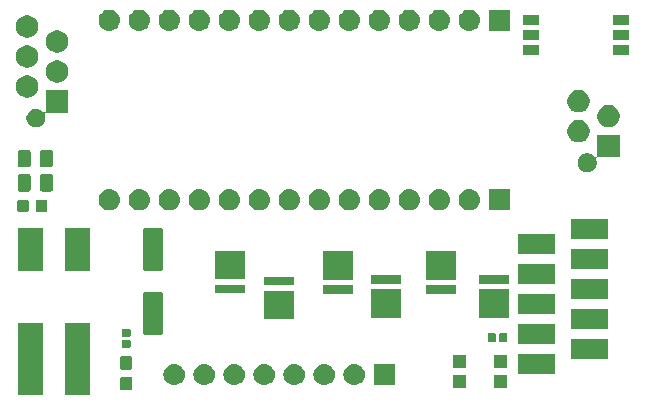
<source format=gbr>
G04 #@! TF.GenerationSoftware,KiCad,Pcbnew,5.1.2-f72e74a~84~ubuntu18.04.1*
G04 #@! TF.CreationDate,2019-09-03T03:08:37+02:00*
G04 #@! TF.ProjectId,board,626f6172-642e-46b6-9963-61645f706362,rev?*
G04 #@! TF.SameCoordinates,Original*
G04 #@! TF.FileFunction,Soldermask,Top*
G04 #@! TF.FilePolarity,Negative*
%FSLAX46Y46*%
G04 Gerber Fmt 4.6, Leading zero omitted, Abs format (unit mm)*
G04 Created by KiCad (PCBNEW 5.1.2-f72e74a~84~ubuntu18.04.1) date 2019-09-03 03:08:37*
%MOMM*%
%LPD*%
G04 APERTURE LIST*
%ADD10C,0.100000*%
G04 APERTURE END LIST*
D10*
G36*
X107191000Y-133543000D02*
G01*
X105089000Y-133543000D01*
X105089000Y-127441000D01*
X107191000Y-127441000D01*
X107191000Y-133543000D01*
X107191000Y-133543000D01*
G37*
G36*
X103191000Y-133543000D02*
G01*
X101089000Y-133543000D01*
X101089000Y-127441000D01*
X103191000Y-127441000D01*
X103191000Y-133543000D01*
X103191000Y-133543000D01*
G37*
G36*
X110600499Y-132016445D02*
G01*
X110637995Y-132027820D01*
X110672554Y-132046292D01*
X110702847Y-132071153D01*
X110727708Y-132101446D01*
X110746180Y-132136005D01*
X110757555Y-132173501D01*
X110762000Y-132218638D01*
X110762000Y-132957362D01*
X110757555Y-133002499D01*
X110746180Y-133039995D01*
X110727708Y-133074554D01*
X110702847Y-133104847D01*
X110672554Y-133129708D01*
X110637995Y-133148180D01*
X110600499Y-133159555D01*
X110555362Y-133164000D01*
X109916638Y-133164000D01*
X109871501Y-133159555D01*
X109834005Y-133148180D01*
X109799446Y-133129708D01*
X109769153Y-133104847D01*
X109744292Y-133074554D01*
X109725820Y-133039995D01*
X109714445Y-133002499D01*
X109710000Y-132957362D01*
X109710000Y-132218638D01*
X109714445Y-132173501D01*
X109725820Y-132136005D01*
X109744292Y-132101446D01*
X109769153Y-132071153D01*
X109799446Y-132046292D01*
X109834005Y-132027820D01*
X109871501Y-132016445D01*
X109916638Y-132012000D01*
X110555362Y-132012000D01*
X110600499Y-132016445D01*
X110600499Y-132016445D01*
G37*
G36*
X142509000Y-132998000D02*
G01*
X141407000Y-132998000D01*
X141407000Y-131896000D01*
X142509000Y-131896000D01*
X142509000Y-132998000D01*
X142509000Y-132998000D01*
G37*
G36*
X139009000Y-132998000D02*
G01*
X137907000Y-132998000D01*
X137907000Y-131896000D01*
X139009000Y-131896000D01*
X139009000Y-132998000D01*
X139009000Y-132998000D01*
G37*
G36*
X129650443Y-130931519D02*
G01*
X129716627Y-130938037D01*
X129886466Y-130989557D01*
X130042991Y-131073222D01*
X130078729Y-131102552D01*
X130180186Y-131185814D01*
X130234912Y-131252499D01*
X130292778Y-131323009D01*
X130376443Y-131479534D01*
X130427963Y-131649373D01*
X130445359Y-131826000D01*
X130427963Y-132002627D01*
X130376443Y-132172466D01*
X130292778Y-132328991D01*
X130263448Y-132364729D01*
X130180186Y-132466186D01*
X130078729Y-132549448D01*
X130042991Y-132578778D01*
X129886466Y-132662443D01*
X129716627Y-132713963D01*
X129650443Y-132720481D01*
X129584260Y-132727000D01*
X129495740Y-132727000D01*
X129429557Y-132720481D01*
X129363373Y-132713963D01*
X129193534Y-132662443D01*
X129037009Y-132578778D01*
X129001271Y-132549448D01*
X128899814Y-132466186D01*
X128816552Y-132364729D01*
X128787222Y-132328991D01*
X128703557Y-132172466D01*
X128652037Y-132002627D01*
X128634641Y-131826000D01*
X128652037Y-131649373D01*
X128703557Y-131479534D01*
X128787222Y-131323009D01*
X128845088Y-131252499D01*
X128899814Y-131185814D01*
X129001271Y-131102552D01*
X129037009Y-131073222D01*
X129193534Y-130989557D01*
X129363373Y-130938037D01*
X129429557Y-130931519D01*
X129495740Y-130925000D01*
X129584260Y-130925000D01*
X129650443Y-130931519D01*
X129650443Y-130931519D01*
G37*
G36*
X132981000Y-132727000D02*
G01*
X131179000Y-132727000D01*
X131179000Y-130925000D01*
X132981000Y-130925000D01*
X132981000Y-132727000D01*
X132981000Y-132727000D01*
G37*
G36*
X127110443Y-130931519D02*
G01*
X127176627Y-130938037D01*
X127346466Y-130989557D01*
X127502991Y-131073222D01*
X127538729Y-131102552D01*
X127640186Y-131185814D01*
X127694912Y-131252499D01*
X127752778Y-131323009D01*
X127836443Y-131479534D01*
X127887963Y-131649373D01*
X127905359Y-131826000D01*
X127887963Y-132002627D01*
X127836443Y-132172466D01*
X127752778Y-132328991D01*
X127723448Y-132364729D01*
X127640186Y-132466186D01*
X127538729Y-132549448D01*
X127502991Y-132578778D01*
X127346466Y-132662443D01*
X127176627Y-132713963D01*
X127110443Y-132720481D01*
X127044260Y-132727000D01*
X126955740Y-132727000D01*
X126889557Y-132720481D01*
X126823373Y-132713963D01*
X126653534Y-132662443D01*
X126497009Y-132578778D01*
X126461271Y-132549448D01*
X126359814Y-132466186D01*
X126276552Y-132364729D01*
X126247222Y-132328991D01*
X126163557Y-132172466D01*
X126112037Y-132002627D01*
X126094641Y-131826000D01*
X126112037Y-131649373D01*
X126163557Y-131479534D01*
X126247222Y-131323009D01*
X126305088Y-131252499D01*
X126359814Y-131185814D01*
X126461271Y-131102552D01*
X126497009Y-131073222D01*
X126653534Y-130989557D01*
X126823373Y-130938037D01*
X126889557Y-130931519D01*
X126955740Y-130925000D01*
X127044260Y-130925000D01*
X127110443Y-130931519D01*
X127110443Y-130931519D01*
G37*
G36*
X124570443Y-130931519D02*
G01*
X124636627Y-130938037D01*
X124806466Y-130989557D01*
X124962991Y-131073222D01*
X124998729Y-131102552D01*
X125100186Y-131185814D01*
X125154912Y-131252499D01*
X125212778Y-131323009D01*
X125296443Y-131479534D01*
X125347963Y-131649373D01*
X125365359Y-131826000D01*
X125347963Y-132002627D01*
X125296443Y-132172466D01*
X125212778Y-132328991D01*
X125183448Y-132364729D01*
X125100186Y-132466186D01*
X124998729Y-132549448D01*
X124962991Y-132578778D01*
X124806466Y-132662443D01*
X124636627Y-132713963D01*
X124570443Y-132720481D01*
X124504260Y-132727000D01*
X124415740Y-132727000D01*
X124349557Y-132720481D01*
X124283373Y-132713963D01*
X124113534Y-132662443D01*
X123957009Y-132578778D01*
X123921271Y-132549448D01*
X123819814Y-132466186D01*
X123736552Y-132364729D01*
X123707222Y-132328991D01*
X123623557Y-132172466D01*
X123572037Y-132002627D01*
X123554641Y-131826000D01*
X123572037Y-131649373D01*
X123623557Y-131479534D01*
X123707222Y-131323009D01*
X123765088Y-131252499D01*
X123819814Y-131185814D01*
X123921271Y-131102552D01*
X123957009Y-131073222D01*
X124113534Y-130989557D01*
X124283373Y-130938037D01*
X124349557Y-130931519D01*
X124415740Y-130925000D01*
X124504260Y-130925000D01*
X124570443Y-130931519D01*
X124570443Y-130931519D01*
G37*
G36*
X122030443Y-130931519D02*
G01*
X122096627Y-130938037D01*
X122266466Y-130989557D01*
X122422991Y-131073222D01*
X122458729Y-131102552D01*
X122560186Y-131185814D01*
X122614912Y-131252499D01*
X122672778Y-131323009D01*
X122756443Y-131479534D01*
X122807963Y-131649373D01*
X122825359Y-131826000D01*
X122807963Y-132002627D01*
X122756443Y-132172466D01*
X122672778Y-132328991D01*
X122643448Y-132364729D01*
X122560186Y-132466186D01*
X122458729Y-132549448D01*
X122422991Y-132578778D01*
X122266466Y-132662443D01*
X122096627Y-132713963D01*
X122030443Y-132720481D01*
X121964260Y-132727000D01*
X121875740Y-132727000D01*
X121809557Y-132720481D01*
X121743373Y-132713963D01*
X121573534Y-132662443D01*
X121417009Y-132578778D01*
X121381271Y-132549448D01*
X121279814Y-132466186D01*
X121196552Y-132364729D01*
X121167222Y-132328991D01*
X121083557Y-132172466D01*
X121032037Y-132002627D01*
X121014641Y-131826000D01*
X121032037Y-131649373D01*
X121083557Y-131479534D01*
X121167222Y-131323009D01*
X121225088Y-131252499D01*
X121279814Y-131185814D01*
X121381271Y-131102552D01*
X121417009Y-131073222D01*
X121573534Y-130989557D01*
X121743373Y-130938037D01*
X121809557Y-130931519D01*
X121875740Y-130925000D01*
X121964260Y-130925000D01*
X122030443Y-130931519D01*
X122030443Y-130931519D01*
G37*
G36*
X119490443Y-130931519D02*
G01*
X119556627Y-130938037D01*
X119726466Y-130989557D01*
X119882991Y-131073222D01*
X119918729Y-131102552D01*
X120020186Y-131185814D01*
X120074912Y-131252499D01*
X120132778Y-131323009D01*
X120216443Y-131479534D01*
X120267963Y-131649373D01*
X120285359Y-131826000D01*
X120267963Y-132002627D01*
X120216443Y-132172466D01*
X120132778Y-132328991D01*
X120103448Y-132364729D01*
X120020186Y-132466186D01*
X119918729Y-132549448D01*
X119882991Y-132578778D01*
X119726466Y-132662443D01*
X119556627Y-132713963D01*
X119490443Y-132720481D01*
X119424260Y-132727000D01*
X119335740Y-132727000D01*
X119269557Y-132720481D01*
X119203373Y-132713963D01*
X119033534Y-132662443D01*
X118877009Y-132578778D01*
X118841271Y-132549448D01*
X118739814Y-132466186D01*
X118656552Y-132364729D01*
X118627222Y-132328991D01*
X118543557Y-132172466D01*
X118492037Y-132002627D01*
X118474641Y-131826000D01*
X118492037Y-131649373D01*
X118543557Y-131479534D01*
X118627222Y-131323009D01*
X118685088Y-131252499D01*
X118739814Y-131185814D01*
X118841271Y-131102552D01*
X118877009Y-131073222D01*
X119033534Y-130989557D01*
X119203373Y-130938037D01*
X119269557Y-130931519D01*
X119335740Y-130925000D01*
X119424260Y-130925000D01*
X119490443Y-130931519D01*
X119490443Y-130931519D01*
G37*
G36*
X116950443Y-130931519D02*
G01*
X117016627Y-130938037D01*
X117186466Y-130989557D01*
X117342991Y-131073222D01*
X117378729Y-131102552D01*
X117480186Y-131185814D01*
X117534912Y-131252499D01*
X117592778Y-131323009D01*
X117676443Y-131479534D01*
X117727963Y-131649373D01*
X117745359Y-131826000D01*
X117727963Y-132002627D01*
X117676443Y-132172466D01*
X117592778Y-132328991D01*
X117563448Y-132364729D01*
X117480186Y-132466186D01*
X117378729Y-132549448D01*
X117342991Y-132578778D01*
X117186466Y-132662443D01*
X117016627Y-132713963D01*
X116950443Y-132720481D01*
X116884260Y-132727000D01*
X116795740Y-132727000D01*
X116729557Y-132720481D01*
X116663373Y-132713963D01*
X116493534Y-132662443D01*
X116337009Y-132578778D01*
X116301271Y-132549448D01*
X116199814Y-132466186D01*
X116116552Y-132364729D01*
X116087222Y-132328991D01*
X116003557Y-132172466D01*
X115952037Y-132002627D01*
X115934641Y-131826000D01*
X115952037Y-131649373D01*
X116003557Y-131479534D01*
X116087222Y-131323009D01*
X116145088Y-131252499D01*
X116199814Y-131185814D01*
X116301271Y-131102552D01*
X116337009Y-131073222D01*
X116493534Y-130989557D01*
X116663373Y-130938037D01*
X116729557Y-130931519D01*
X116795740Y-130925000D01*
X116884260Y-130925000D01*
X116950443Y-130931519D01*
X116950443Y-130931519D01*
G37*
G36*
X114410443Y-130931519D02*
G01*
X114476627Y-130938037D01*
X114646466Y-130989557D01*
X114802991Y-131073222D01*
X114838729Y-131102552D01*
X114940186Y-131185814D01*
X114994912Y-131252499D01*
X115052778Y-131323009D01*
X115136443Y-131479534D01*
X115187963Y-131649373D01*
X115205359Y-131826000D01*
X115187963Y-132002627D01*
X115136443Y-132172466D01*
X115052778Y-132328991D01*
X115023448Y-132364729D01*
X114940186Y-132466186D01*
X114838729Y-132549448D01*
X114802991Y-132578778D01*
X114646466Y-132662443D01*
X114476627Y-132713963D01*
X114410443Y-132720481D01*
X114344260Y-132727000D01*
X114255740Y-132727000D01*
X114189557Y-132720481D01*
X114123373Y-132713963D01*
X113953534Y-132662443D01*
X113797009Y-132578778D01*
X113761271Y-132549448D01*
X113659814Y-132466186D01*
X113576552Y-132364729D01*
X113547222Y-132328991D01*
X113463557Y-132172466D01*
X113412037Y-132002627D01*
X113394641Y-131826000D01*
X113412037Y-131649373D01*
X113463557Y-131479534D01*
X113547222Y-131323009D01*
X113605088Y-131252499D01*
X113659814Y-131185814D01*
X113761271Y-131102552D01*
X113797009Y-131073222D01*
X113953534Y-130989557D01*
X114123373Y-130938037D01*
X114189557Y-130931519D01*
X114255740Y-130925000D01*
X114344260Y-130925000D01*
X114410443Y-130931519D01*
X114410443Y-130931519D01*
G37*
G36*
X146518000Y-131762000D02*
G01*
X143368000Y-131762000D01*
X143368000Y-130112000D01*
X146518000Y-130112000D01*
X146518000Y-131762000D01*
X146518000Y-131762000D01*
G37*
G36*
X110600499Y-130266445D02*
G01*
X110637995Y-130277820D01*
X110672554Y-130296292D01*
X110702847Y-130321153D01*
X110727708Y-130351446D01*
X110746180Y-130386005D01*
X110757555Y-130423501D01*
X110762000Y-130468638D01*
X110762000Y-131207362D01*
X110757555Y-131252499D01*
X110746180Y-131289995D01*
X110727708Y-131324554D01*
X110702847Y-131354847D01*
X110672554Y-131379708D01*
X110637995Y-131398180D01*
X110600499Y-131409555D01*
X110555362Y-131414000D01*
X109916638Y-131414000D01*
X109871501Y-131409555D01*
X109834005Y-131398180D01*
X109799446Y-131379708D01*
X109769153Y-131354847D01*
X109744292Y-131324554D01*
X109725820Y-131289995D01*
X109714445Y-131252499D01*
X109710000Y-131207362D01*
X109710000Y-130468638D01*
X109714445Y-130423501D01*
X109725820Y-130386005D01*
X109744292Y-130351446D01*
X109769153Y-130321153D01*
X109799446Y-130296292D01*
X109834005Y-130277820D01*
X109871501Y-130266445D01*
X109916638Y-130262000D01*
X110555362Y-130262000D01*
X110600499Y-130266445D01*
X110600499Y-130266445D01*
G37*
G36*
X139009000Y-131248000D02*
G01*
X137907000Y-131248000D01*
X137907000Y-130146000D01*
X139009000Y-130146000D01*
X139009000Y-131248000D01*
X139009000Y-131248000D01*
G37*
G36*
X142509000Y-131248000D02*
G01*
X141407000Y-131248000D01*
X141407000Y-130146000D01*
X142509000Y-130146000D01*
X142509000Y-131248000D01*
X142509000Y-131248000D01*
G37*
G36*
X151018000Y-130492000D02*
G01*
X147868000Y-130492000D01*
X147868000Y-128842000D01*
X151018000Y-128842000D01*
X151018000Y-130492000D01*
X151018000Y-130492000D01*
G37*
G36*
X110517938Y-128919716D02*
G01*
X110538557Y-128925971D01*
X110557553Y-128936124D01*
X110574208Y-128949792D01*
X110587876Y-128966447D01*
X110598029Y-128985443D01*
X110604284Y-129006062D01*
X110607000Y-129033640D01*
X110607000Y-129492360D01*
X110604284Y-129519938D01*
X110598029Y-129540557D01*
X110587876Y-129559553D01*
X110574208Y-129576208D01*
X110557553Y-129589876D01*
X110538557Y-129600029D01*
X110517938Y-129606284D01*
X110490360Y-129609000D01*
X109981640Y-129609000D01*
X109954062Y-129606284D01*
X109933443Y-129600029D01*
X109914447Y-129589876D01*
X109897792Y-129576208D01*
X109884124Y-129559553D01*
X109873971Y-129540557D01*
X109867716Y-129519938D01*
X109865000Y-129492360D01*
X109865000Y-129033640D01*
X109867716Y-129006062D01*
X109873971Y-128985443D01*
X109884124Y-128966447D01*
X109897792Y-128949792D01*
X109914447Y-128936124D01*
X109933443Y-128925971D01*
X109954062Y-128919716D01*
X109981640Y-128917000D01*
X110490360Y-128917000D01*
X110517938Y-128919716D01*
X110517938Y-128919716D01*
G37*
G36*
X146518000Y-129222000D02*
G01*
X143368000Y-129222000D01*
X143368000Y-127572000D01*
X146518000Y-127572000D01*
X146518000Y-129222000D01*
X146518000Y-129222000D01*
G37*
G36*
X141453138Y-128333516D02*
G01*
X141473757Y-128339771D01*
X141492753Y-128349924D01*
X141509408Y-128363592D01*
X141523076Y-128380247D01*
X141533229Y-128399243D01*
X141539484Y-128419862D01*
X141542200Y-128447440D01*
X141542200Y-128956160D01*
X141539484Y-128983738D01*
X141533229Y-129004357D01*
X141523076Y-129023353D01*
X141509408Y-129040008D01*
X141492753Y-129053676D01*
X141473757Y-129063829D01*
X141453138Y-129070084D01*
X141425560Y-129072800D01*
X140966840Y-129072800D01*
X140939262Y-129070084D01*
X140918643Y-129063829D01*
X140899647Y-129053676D01*
X140882992Y-129040008D01*
X140869324Y-129023353D01*
X140859171Y-129004357D01*
X140852916Y-128983738D01*
X140850200Y-128956160D01*
X140850200Y-128447440D01*
X140852916Y-128419862D01*
X140859171Y-128399243D01*
X140869324Y-128380247D01*
X140882992Y-128363592D01*
X140899647Y-128349924D01*
X140918643Y-128339771D01*
X140939262Y-128333516D01*
X140966840Y-128330800D01*
X141425560Y-128330800D01*
X141453138Y-128333516D01*
X141453138Y-128333516D01*
G37*
G36*
X142423138Y-128333516D02*
G01*
X142443757Y-128339771D01*
X142462753Y-128349924D01*
X142479408Y-128363592D01*
X142493076Y-128380247D01*
X142503229Y-128399243D01*
X142509484Y-128419862D01*
X142512200Y-128447440D01*
X142512200Y-128956160D01*
X142509484Y-128983738D01*
X142503229Y-129004357D01*
X142493076Y-129023353D01*
X142479408Y-129040008D01*
X142462753Y-129053676D01*
X142443757Y-129063829D01*
X142423138Y-129070084D01*
X142395560Y-129072800D01*
X141936840Y-129072800D01*
X141909262Y-129070084D01*
X141888643Y-129063829D01*
X141869647Y-129053676D01*
X141852992Y-129040008D01*
X141839324Y-129023353D01*
X141829171Y-129004357D01*
X141822916Y-128983738D01*
X141820200Y-128956160D01*
X141820200Y-128447440D01*
X141822916Y-128419862D01*
X141829171Y-128399243D01*
X141839324Y-128380247D01*
X141852992Y-128363592D01*
X141869647Y-128349924D01*
X141888643Y-128339771D01*
X141909262Y-128333516D01*
X141936840Y-128330800D01*
X142395560Y-128330800D01*
X142423138Y-128333516D01*
X142423138Y-128333516D01*
G37*
G36*
X110517938Y-127949716D02*
G01*
X110538557Y-127955971D01*
X110557553Y-127966124D01*
X110574208Y-127979792D01*
X110587876Y-127996447D01*
X110598029Y-128015443D01*
X110604284Y-128036062D01*
X110607000Y-128063640D01*
X110607000Y-128522360D01*
X110604284Y-128549938D01*
X110598029Y-128570557D01*
X110587876Y-128589553D01*
X110574208Y-128606208D01*
X110557553Y-128619876D01*
X110538557Y-128630029D01*
X110517938Y-128636284D01*
X110490360Y-128639000D01*
X109981640Y-128639000D01*
X109954062Y-128636284D01*
X109933443Y-128630029D01*
X109914447Y-128619876D01*
X109897792Y-128606208D01*
X109884124Y-128589553D01*
X109873971Y-128570557D01*
X109867716Y-128549938D01*
X109865000Y-128522360D01*
X109865000Y-128063640D01*
X109867716Y-128036062D01*
X109873971Y-128015443D01*
X109884124Y-127996447D01*
X109897792Y-127979792D01*
X109914447Y-127966124D01*
X109933443Y-127955971D01*
X109954062Y-127949716D01*
X109981640Y-127947000D01*
X110490360Y-127947000D01*
X110517938Y-127949716D01*
X110517938Y-127949716D01*
G37*
G36*
X113227997Y-124855051D02*
G01*
X113261652Y-124865261D01*
X113292665Y-124881838D01*
X113319851Y-124904149D01*
X113342162Y-124931335D01*
X113358739Y-124962348D01*
X113368949Y-124996003D01*
X113373000Y-125037138D01*
X113373000Y-128266862D01*
X113368949Y-128307997D01*
X113358739Y-128341652D01*
X113342162Y-128372665D01*
X113319851Y-128399851D01*
X113292665Y-128422162D01*
X113261652Y-128438739D01*
X113227997Y-128448949D01*
X113186862Y-128453000D01*
X111857138Y-128453000D01*
X111816003Y-128448949D01*
X111782348Y-128438739D01*
X111751335Y-128422162D01*
X111724149Y-128399851D01*
X111701838Y-128372665D01*
X111685261Y-128341652D01*
X111675051Y-128307997D01*
X111671000Y-128266862D01*
X111671000Y-125037138D01*
X111675051Y-124996003D01*
X111685261Y-124962348D01*
X111701838Y-124931335D01*
X111724149Y-124904149D01*
X111751335Y-124881838D01*
X111782348Y-124865261D01*
X111816003Y-124855051D01*
X111857138Y-124851000D01*
X113186862Y-124851000D01*
X113227997Y-124855051D01*
X113227997Y-124855051D01*
G37*
G36*
X151018000Y-127952000D02*
G01*
X147868000Y-127952000D01*
X147868000Y-126302000D01*
X151018000Y-126302000D01*
X151018000Y-127952000D01*
X151018000Y-127952000D01*
G37*
G36*
X124466000Y-126827048D02*
G01*
X124463402Y-126835613D01*
X124461000Y-126859999D01*
X124461000Y-127155000D01*
X121919000Y-127155000D01*
X121919000Y-126859999D01*
X121916598Y-126835613D01*
X121914000Y-126827048D01*
X121914000Y-124733000D01*
X124466000Y-124733000D01*
X124466000Y-126827048D01*
X124466000Y-126827048D01*
G37*
G36*
X133483000Y-126700048D02*
G01*
X133480402Y-126708613D01*
X133478000Y-126732999D01*
X133478000Y-127028000D01*
X130936000Y-127028000D01*
X130936000Y-126732999D01*
X130933598Y-126708613D01*
X130931000Y-126700048D01*
X130931000Y-124606000D01*
X133483000Y-124606000D01*
X133483000Y-126700048D01*
X133483000Y-126700048D01*
G37*
G36*
X142627000Y-126700048D02*
G01*
X142624402Y-126708613D01*
X142622000Y-126732999D01*
X142622000Y-127028000D01*
X140080000Y-127028000D01*
X140080000Y-126732999D01*
X140077598Y-126708613D01*
X140075000Y-126700048D01*
X140075000Y-124606000D01*
X142627000Y-124606000D01*
X142627000Y-126700048D01*
X142627000Y-126700048D01*
G37*
G36*
X146518000Y-126682000D02*
G01*
X143368000Y-126682000D01*
X143368000Y-125032000D01*
X146518000Y-125032000D01*
X146518000Y-126682000D01*
X146518000Y-126682000D01*
G37*
G36*
X151018000Y-125412000D02*
G01*
X147868000Y-125412000D01*
X147868000Y-123762000D01*
X151018000Y-123762000D01*
X151018000Y-125412000D01*
X151018000Y-125412000D01*
G37*
G36*
X138177000Y-124996000D02*
G01*
X135635000Y-124996000D01*
X135635000Y-124264000D01*
X138177000Y-124264000D01*
X138177000Y-124996000D01*
X138177000Y-124996000D01*
G37*
G36*
X129414000Y-124996000D02*
G01*
X126872000Y-124996000D01*
X126872000Y-124264000D01*
X129414000Y-124264000D01*
X129414000Y-124996000D01*
X129414000Y-124996000D01*
G37*
G36*
X120316000Y-124953000D02*
G01*
X117774000Y-124953000D01*
X117774000Y-124221000D01*
X120316000Y-124221000D01*
X120316000Y-124953000D01*
X120316000Y-124953000D01*
G37*
G36*
X124461000Y-124275000D02*
G01*
X121919000Y-124275000D01*
X121919000Y-123543000D01*
X124461000Y-123543000D01*
X124461000Y-124275000D01*
X124461000Y-124275000D01*
G37*
G36*
X142622000Y-124148000D02*
G01*
X140080000Y-124148000D01*
X140080000Y-123416000D01*
X142622000Y-123416000D01*
X142622000Y-124148000D01*
X142622000Y-124148000D01*
G37*
G36*
X133478000Y-124148000D02*
G01*
X130936000Y-124148000D01*
X130936000Y-123416000D01*
X133478000Y-123416000D01*
X133478000Y-124148000D01*
X133478000Y-124148000D01*
G37*
G36*
X146518000Y-124142000D02*
G01*
X143368000Y-124142000D01*
X143368000Y-122492000D01*
X146518000Y-122492000D01*
X146518000Y-124142000D01*
X146518000Y-124142000D01*
G37*
G36*
X138177000Y-121679001D02*
G01*
X138179402Y-121703387D01*
X138182000Y-121711952D01*
X138182000Y-123806000D01*
X135630000Y-123806000D01*
X135630000Y-121711952D01*
X135632598Y-121703387D01*
X135635000Y-121679001D01*
X135635000Y-121384000D01*
X138177000Y-121384000D01*
X138177000Y-121679001D01*
X138177000Y-121679001D01*
G37*
G36*
X129414000Y-121679001D02*
G01*
X129416402Y-121703387D01*
X129419000Y-121711952D01*
X129419000Y-123806000D01*
X126867000Y-123806000D01*
X126867000Y-121711952D01*
X126869598Y-121703387D01*
X126872000Y-121679001D01*
X126872000Y-121384000D01*
X129414000Y-121384000D01*
X129414000Y-121679001D01*
X129414000Y-121679001D01*
G37*
G36*
X120316000Y-121636001D02*
G01*
X120318402Y-121660387D01*
X120321000Y-121668952D01*
X120321000Y-123763000D01*
X117769000Y-123763000D01*
X117769000Y-121668952D01*
X117771598Y-121660387D01*
X117774000Y-121636001D01*
X117774000Y-121341000D01*
X120316000Y-121341000D01*
X120316000Y-121636001D01*
X120316000Y-121636001D01*
G37*
G36*
X113227997Y-119455051D02*
G01*
X113261652Y-119465261D01*
X113292665Y-119481838D01*
X113319851Y-119504149D01*
X113342162Y-119531335D01*
X113358739Y-119562348D01*
X113368949Y-119596003D01*
X113373000Y-119637138D01*
X113373000Y-122866862D01*
X113368949Y-122907997D01*
X113358739Y-122941652D01*
X113342162Y-122972665D01*
X113319851Y-122999851D01*
X113292665Y-123022162D01*
X113261652Y-123038739D01*
X113227997Y-123048949D01*
X113186862Y-123053000D01*
X111857138Y-123053000D01*
X111816003Y-123048949D01*
X111782348Y-123038739D01*
X111751335Y-123022162D01*
X111724149Y-122999851D01*
X111701838Y-122972665D01*
X111685261Y-122941652D01*
X111675051Y-122907997D01*
X111671000Y-122866862D01*
X111671000Y-119637138D01*
X111675051Y-119596003D01*
X111685261Y-119562348D01*
X111701838Y-119531335D01*
X111724149Y-119504149D01*
X111751335Y-119481838D01*
X111782348Y-119465261D01*
X111816003Y-119455051D01*
X111857138Y-119451000D01*
X113186862Y-119451000D01*
X113227997Y-119455051D01*
X113227997Y-119455051D01*
G37*
G36*
X107191000Y-123043000D02*
G01*
X105089000Y-123043000D01*
X105089000Y-119441000D01*
X107191000Y-119441000D01*
X107191000Y-123043000D01*
X107191000Y-123043000D01*
G37*
G36*
X103191000Y-123043000D02*
G01*
X101089000Y-123043000D01*
X101089000Y-119441000D01*
X103191000Y-119441000D01*
X103191000Y-123043000D01*
X103191000Y-123043000D01*
G37*
G36*
X151018000Y-122872000D02*
G01*
X147868000Y-122872000D01*
X147868000Y-121222000D01*
X151018000Y-121222000D01*
X151018000Y-122872000D01*
X151018000Y-122872000D01*
G37*
G36*
X146518000Y-121602000D02*
G01*
X143368000Y-121602000D01*
X143368000Y-119952000D01*
X146518000Y-119952000D01*
X146518000Y-121602000D01*
X146518000Y-121602000D01*
G37*
G36*
X151018000Y-120332000D02*
G01*
X147868000Y-120332000D01*
X147868000Y-118682000D01*
X151018000Y-118682000D01*
X151018000Y-120332000D01*
X151018000Y-120332000D01*
G37*
G36*
X103415391Y-117029285D02*
G01*
X103449369Y-117039593D01*
X103480690Y-117056334D01*
X103508139Y-117078861D01*
X103530666Y-117106310D01*
X103547407Y-117137631D01*
X103557715Y-117171609D01*
X103561800Y-117213090D01*
X103561800Y-117889310D01*
X103557715Y-117930791D01*
X103547407Y-117964769D01*
X103530666Y-117996090D01*
X103508139Y-118023539D01*
X103480690Y-118046066D01*
X103449369Y-118062807D01*
X103415391Y-118073115D01*
X103373910Y-118077200D01*
X102772690Y-118077200D01*
X102731209Y-118073115D01*
X102697231Y-118062807D01*
X102665910Y-118046066D01*
X102638461Y-118023539D01*
X102615934Y-117996090D01*
X102599193Y-117964769D01*
X102588885Y-117930791D01*
X102584800Y-117889310D01*
X102584800Y-117213090D01*
X102588885Y-117171609D01*
X102599193Y-117137631D01*
X102615934Y-117106310D01*
X102638461Y-117078861D01*
X102665910Y-117056334D01*
X102697231Y-117039593D01*
X102731209Y-117029285D01*
X102772690Y-117025200D01*
X103373910Y-117025200D01*
X103415391Y-117029285D01*
X103415391Y-117029285D01*
G37*
G36*
X101840391Y-117029285D02*
G01*
X101874369Y-117039593D01*
X101905690Y-117056334D01*
X101933139Y-117078861D01*
X101955666Y-117106310D01*
X101972407Y-117137631D01*
X101982715Y-117171609D01*
X101986800Y-117213090D01*
X101986800Y-117889310D01*
X101982715Y-117930791D01*
X101972407Y-117964769D01*
X101955666Y-117996090D01*
X101933139Y-118023539D01*
X101905690Y-118046066D01*
X101874369Y-118062807D01*
X101840391Y-118073115D01*
X101798910Y-118077200D01*
X101197690Y-118077200D01*
X101156209Y-118073115D01*
X101122231Y-118062807D01*
X101090910Y-118046066D01*
X101063461Y-118023539D01*
X101040934Y-117996090D01*
X101024193Y-117964769D01*
X101013885Y-117930791D01*
X101009800Y-117889310D01*
X101009800Y-117213090D01*
X101013885Y-117171609D01*
X101024193Y-117137631D01*
X101040934Y-117106310D01*
X101063461Y-117078861D01*
X101090910Y-117056334D01*
X101122231Y-117039593D01*
X101156209Y-117029285D01*
X101197690Y-117025200D01*
X101798910Y-117025200D01*
X101840391Y-117029285D01*
X101840391Y-117029285D01*
G37*
G36*
X134308442Y-116141518D02*
G01*
X134374627Y-116148037D01*
X134544466Y-116199557D01*
X134700991Y-116283222D01*
X134722681Y-116301023D01*
X134838186Y-116395814D01*
X134921448Y-116497271D01*
X134950778Y-116533009D01*
X135034443Y-116689534D01*
X135085963Y-116859373D01*
X135103359Y-117036000D01*
X135085963Y-117212627D01*
X135034443Y-117382466D01*
X134950778Y-117538991D01*
X134921448Y-117574729D01*
X134838186Y-117676186D01*
X134736729Y-117759448D01*
X134700991Y-117788778D01*
X134544466Y-117872443D01*
X134374627Y-117923963D01*
X134308443Y-117930481D01*
X134242260Y-117937000D01*
X134153740Y-117937000D01*
X134087557Y-117930481D01*
X134021373Y-117923963D01*
X133851534Y-117872443D01*
X133695009Y-117788778D01*
X133659271Y-117759448D01*
X133557814Y-117676186D01*
X133474552Y-117574729D01*
X133445222Y-117538991D01*
X133361557Y-117382466D01*
X133310037Y-117212627D01*
X133292641Y-117036000D01*
X133310037Y-116859373D01*
X133361557Y-116689534D01*
X133445222Y-116533009D01*
X133474552Y-116497271D01*
X133557814Y-116395814D01*
X133673319Y-116301023D01*
X133695009Y-116283222D01*
X133851534Y-116199557D01*
X134021373Y-116148037D01*
X134087558Y-116141518D01*
X134153740Y-116135000D01*
X134242260Y-116135000D01*
X134308442Y-116141518D01*
X134308442Y-116141518D01*
G37*
G36*
X119068442Y-116141518D02*
G01*
X119134627Y-116148037D01*
X119304466Y-116199557D01*
X119460991Y-116283222D01*
X119482681Y-116301023D01*
X119598186Y-116395814D01*
X119681448Y-116497271D01*
X119710778Y-116533009D01*
X119794443Y-116689534D01*
X119845963Y-116859373D01*
X119863359Y-117036000D01*
X119845963Y-117212627D01*
X119794443Y-117382466D01*
X119710778Y-117538991D01*
X119681448Y-117574729D01*
X119598186Y-117676186D01*
X119496729Y-117759448D01*
X119460991Y-117788778D01*
X119304466Y-117872443D01*
X119134627Y-117923963D01*
X119068443Y-117930481D01*
X119002260Y-117937000D01*
X118913740Y-117937000D01*
X118847557Y-117930481D01*
X118781373Y-117923963D01*
X118611534Y-117872443D01*
X118455009Y-117788778D01*
X118419271Y-117759448D01*
X118317814Y-117676186D01*
X118234552Y-117574729D01*
X118205222Y-117538991D01*
X118121557Y-117382466D01*
X118070037Y-117212627D01*
X118052641Y-117036000D01*
X118070037Y-116859373D01*
X118121557Y-116689534D01*
X118205222Y-116533009D01*
X118234552Y-116497271D01*
X118317814Y-116395814D01*
X118433319Y-116301023D01*
X118455009Y-116283222D01*
X118611534Y-116199557D01*
X118781373Y-116148037D01*
X118847558Y-116141518D01*
X118913740Y-116135000D01*
X119002260Y-116135000D01*
X119068442Y-116141518D01*
X119068442Y-116141518D01*
G37*
G36*
X142719000Y-117937000D02*
G01*
X140917000Y-117937000D01*
X140917000Y-116135000D01*
X142719000Y-116135000D01*
X142719000Y-117937000D01*
X142719000Y-117937000D01*
G37*
G36*
X129228442Y-116141518D02*
G01*
X129294627Y-116148037D01*
X129464466Y-116199557D01*
X129620991Y-116283222D01*
X129642681Y-116301023D01*
X129758186Y-116395814D01*
X129841448Y-116497271D01*
X129870778Y-116533009D01*
X129954443Y-116689534D01*
X130005963Y-116859373D01*
X130023359Y-117036000D01*
X130005963Y-117212627D01*
X129954443Y-117382466D01*
X129870778Y-117538991D01*
X129841448Y-117574729D01*
X129758186Y-117676186D01*
X129656729Y-117759448D01*
X129620991Y-117788778D01*
X129464466Y-117872443D01*
X129294627Y-117923963D01*
X129228443Y-117930481D01*
X129162260Y-117937000D01*
X129073740Y-117937000D01*
X129007557Y-117930481D01*
X128941373Y-117923963D01*
X128771534Y-117872443D01*
X128615009Y-117788778D01*
X128579271Y-117759448D01*
X128477814Y-117676186D01*
X128394552Y-117574729D01*
X128365222Y-117538991D01*
X128281557Y-117382466D01*
X128230037Y-117212627D01*
X128212641Y-117036000D01*
X128230037Y-116859373D01*
X128281557Y-116689534D01*
X128365222Y-116533009D01*
X128394552Y-116497271D01*
X128477814Y-116395814D01*
X128593319Y-116301023D01*
X128615009Y-116283222D01*
X128771534Y-116199557D01*
X128941373Y-116148037D01*
X129007558Y-116141518D01*
X129073740Y-116135000D01*
X129162260Y-116135000D01*
X129228442Y-116141518D01*
X129228442Y-116141518D01*
G37*
G36*
X139388442Y-116141518D02*
G01*
X139454627Y-116148037D01*
X139624466Y-116199557D01*
X139780991Y-116283222D01*
X139802681Y-116301023D01*
X139918186Y-116395814D01*
X140001448Y-116497271D01*
X140030778Y-116533009D01*
X140114443Y-116689534D01*
X140165963Y-116859373D01*
X140183359Y-117036000D01*
X140165963Y-117212627D01*
X140114443Y-117382466D01*
X140030778Y-117538991D01*
X140001448Y-117574729D01*
X139918186Y-117676186D01*
X139816729Y-117759448D01*
X139780991Y-117788778D01*
X139624466Y-117872443D01*
X139454627Y-117923963D01*
X139388443Y-117930481D01*
X139322260Y-117937000D01*
X139233740Y-117937000D01*
X139167557Y-117930481D01*
X139101373Y-117923963D01*
X138931534Y-117872443D01*
X138775009Y-117788778D01*
X138739271Y-117759448D01*
X138637814Y-117676186D01*
X138554552Y-117574729D01*
X138525222Y-117538991D01*
X138441557Y-117382466D01*
X138390037Y-117212627D01*
X138372641Y-117036000D01*
X138390037Y-116859373D01*
X138441557Y-116689534D01*
X138525222Y-116533009D01*
X138554552Y-116497271D01*
X138637814Y-116395814D01*
X138753319Y-116301023D01*
X138775009Y-116283222D01*
X138931534Y-116199557D01*
X139101373Y-116148037D01*
X139167558Y-116141518D01*
X139233740Y-116135000D01*
X139322260Y-116135000D01*
X139388442Y-116141518D01*
X139388442Y-116141518D01*
G37*
G36*
X136848442Y-116141518D02*
G01*
X136914627Y-116148037D01*
X137084466Y-116199557D01*
X137240991Y-116283222D01*
X137262681Y-116301023D01*
X137378186Y-116395814D01*
X137461448Y-116497271D01*
X137490778Y-116533009D01*
X137574443Y-116689534D01*
X137625963Y-116859373D01*
X137643359Y-117036000D01*
X137625963Y-117212627D01*
X137574443Y-117382466D01*
X137490778Y-117538991D01*
X137461448Y-117574729D01*
X137378186Y-117676186D01*
X137276729Y-117759448D01*
X137240991Y-117788778D01*
X137084466Y-117872443D01*
X136914627Y-117923963D01*
X136848443Y-117930481D01*
X136782260Y-117937000D01*
X136693740Y-117937000D01*
X136627557Y-117930481D01*
X136561373Y-117923963D01*
X136391534Y-117872443D01*
X136235009Y-117788778D01*
X136199271Y-117759448D01*
X136097814Y-117676186D01*
X136014552Y-117574729D01*
X135985222Y-117538991D01*
X135901557Y-117382466D01*
X135850037Y-117212627D01*
X135832641Y-117036000D01*
X135850037Y-116859373D01*
X135901557Y-116689534D01*
X135985222Y-116533009D01*
X136014552Y-116497271D01*
X136097814Y-116395814D01*
X136213319Y-116301023D01*
X136235009Y-116283222D01*
X136391534Y-116199557D01*
X136561373Y-116148037D01*
X136627558Y-116141518D01*
X136693740Y-116135000D01*
X136782260Y-116135000D01*
X136848442Y-116141518D01*
X136848442Y-116141518D01*
G37*
G36*
X108908442Y-116141518D02*
G01*
X108974627Y-116148037D01*
X109144466Y-116199557D01*
X109300991Y-116283222D01*
X109322681Y-116301023D01*
X109438186Y-116395814D01*
X109521448Y-116497271D01*
X109550778Y-116533009D01*
X109634443Y-116689534D01*
X109685963Y-116859373D01*
X109703359Y-117036000D01*
X109685963Y-117212627D01*
X109634443Y-117382466D01*
X109550778Y-117538991D01*
X109521448Y-117574729D01*
X109438186Y-117676186D01*
X109336729Y-117759448D01*
X109300991Y-117788778D01*
X109144466Y-117872443D01*
X108974627Y-117923963D01*
X108908443Y-117930481D01*
X108842260Y-117937000D01*
X108753740Y-117937000D01*
X108687557Y-117930481D01*
X108621373Y-117923963D01*
X108451534Y-117872443D01*
X108295009Y-117788778D01*
X108259271Y-117759448D01*
X108157814Y-117676186D01*
X108074552Y-117574729D01*
X108045222Y-117538991D01*
X107961557Y-117382466D01*
X107910037Y-117212627D01*
X107892641Y-117036000D01*
X107910037Y-116859373D01*
X107961557Y-116689534D01*
X108045222Y-116533009D01*
X108074552Y-116497271D01*
X108157814Y-116395814D01*
X108273319Y-116301023D01*
X108295009Y-116283222D01*
X108451534Y-116199557D01*
X108621373Y-116148037D01*
X108687558Y-116141518D01*
X108753740Y-116135000D01*
X108842260Y-116135000D01*
X108908442Y-116141518D01*
X108908442Y-116141518D01*
G37*
G36*
X113988442Y-116141518D02*
G01*
X114054627Y-116148037D01*
X114224466Y-116199557D01*
X114380991Y-116283222D01*
X114402681Y-116301023D01*
X114518186Y-116395814D01*
X114601448Y-116497271D01*
X114630778Y-116533009D01*
X114714443Y-116689534D01*
X114765963Y-116859373D01*
X114783359Y-117036000D01*
X114765963Y-117212627D01*
X114714443Y-117382466D01*
X114630778Y-117538991D01*
X114601448Y-117574729D01*
X114518186Y-117676186D01*
X114416729Y-117759448D01*
X114380991Y-117788778D01*
X114224466Y-117872443D01*
X114054627Y-117923963D01*
X113988443Y-117930481D01*
X113922260Y-117937000D01*
X113833740Y-117937000D01*
X113767557Y-117930481D01*
X113701373Y-117923963D01*
X113531534Y-117872443D01*
X113375009Y-117788778D01*
X113339271Y-117759448D01*
X113237814Y-117676186D01*
X113154552Y-117574729D01*
X113125222Y-117538991D01*
X113041557Y-117382466D01*
X112990037Y-117212627D01*
X112972641Y-117036000D01*
X112990037Y-116859373D01*
X113041557Y-116689534D01*
X113125222Y-116533009D01*
X113154552Y-116497271D01*
X113237814Y-116395814D01*
X113353319Y-116301023D01*
X113375009Y-116283222D01*
X113531534Y-116199557D01*
X113701373Y-116148037D01*
X113767558Y-116141518D01*
X113833740Y-116135000D01*
X113922260Y-116135000D01*
X113988442Y-116141518D01*
X113988442Y-116141518D01*
G37*
G36*
X111448442Y-116141518D02*
G01*
X111514627Y-116148037D01*
X111684466Y-116199557D01*
X111840991Y-116283222D01*
X111862681Y-116301023D01*
X111978186Y-116395814D01*
X112061448Y-116497271D01*
X112090778Y-116533009D01*
X112174443Y-116689534D01*
X112225963Y-116859373D01*
X112243359Y-117036000D01*
X112225963Y-117212627D01*
X112174443Y-117382466D01*
X112090778Y-117538991D01*
X112061448Y-117574729D01*
X111978186Y-117676186D01*
X111876729Y-117759448D01*
X111840991Y-117788778D01*
X111684466Y-117872443D01*
X111514627Y-117923963D01*
X111448443Y-117930481D01*
X111382260Y-117937000D01*
X111293740Y-117937000D01*
X111227557Y-117930481D01*
X111161373Y-117923963D01*
X110991534Y-117872443D01*
X110835009Y-117788778D01*
X110799271Y-117759448D01*
X110697814Y-117676186D01*
X110614552Y-117574729D01*
X110585222Y-117538991D01*
X110501557Y-117382466D01*
X110450037Y-117212627D01*
X110432641Y-117036000D01*
X110450037Y-116859373D01*
X110501557Y-116689534D01*
X110585222Y-116533009D01*
X110614552Y-116497271D01*
X110697814Y-116395814D01*
X110813319Y-116301023D01*
X110835009Y-116283222D01*
X110991534Y-116199557D01*
X111161373Y-116148037D01*
X111227558Y-116141518D01*
X111293740Y-116135000D01*
X111382260Y-116135000D01*
X111448442Y-116141518D01*
X111448442Y-116141518D01*
G37*
G36*
X131768442Y-116141518D02*
G01*
X131834627Y-116148037D01*
X132004466Y-116199557D01*
X132160991Y-116283222D01*
X132182681Y-116301023D01*
X132298186Y-116395814D01*
X132381448Y-116497271D01*
X132410778Y-116533009D01*
X132494443Y-116689534D01*
X132545963Y-116859373D01*
X132563359Y-117036000D01*
X132545963Y-117212627D01*
X132494443Y-117382466D01*
X132410778Y-117538991D01*
X132381448Y-117574729D01*
X132298186Y-117676186D01*
X132196729Y-117759448D01*
X132160991Y-117788778D01*
X132004466Y-117872443D01*
X131834627Y-117923963D01*
X131768443Y-117930481D01*
X131702260Y-117937000D01*
X131613740Y-117937000D01*
X131547557Y-117930481D01*
X131481373Y-117923963D01*
X131311534Y-117872443D01*
X131155009Y-117788778D01*
X131119271Y-117759448D01*
X131017814Y-117676186D01*
X130934552Y-117574729D01*
X130905222Y-117538991D01*
X130821557Y-117382466D01*
X130770037Y-117212627D01*
X130752641Y-117036000D01*
X130770037Y-116859373D01*
X130821557Y-116689534D01*
X130905222Y-116533009D01*
X130934552Y-116497271D01*
X131017814Y-116395814D01*
X131133319Y-116301023D01*
X131155009Y-116283222D01*
X131311534Y-116199557D01*
X131481373Y-116148037D01*
X131547558Y-116141518D01*
X131613740Y-116135000D01*
X131702260Y-116135000D01*
X131768442Y-116141518D01*
X131768442Y-116141518D01*
G37*
G36*
X126688442Y-116141518D02*
G01*
X126754627Y-116148037D01*
X126924466Y-116199557D01*
X127080991Y-116283222D01*
X127102681Y-116301023D01*
X127218186Y-116395814D01*
X127301448Y-116497271D01*
X127330778Y-116533009D01*
X127414443Y-116689534D01*
X127465963Y-116859373D01*
X127483359Y-117036000D01*
X127465963Y-117212627D01*
X127414443Y-117382466D01*
X127330778Y-117538991D01*
X127301448Y-117574729D01*
X127218186Y-117676186D01*
X127116729Y-117759448D01*
X127080991Y-117788778D01*
X126924466Y-117872443D01*
X126754627Y-117923963D01*
X126688443Y-117930481D01*
X126622260Y-117937000D01*
X126533740Y-117937000D01*
X126467557Y-117930481D01*
X126401373Y-117923963D01*
X126231534Y-117872443D01*
X126075009Y-117788778D01*
X126039271Y-117759448D01*
X125937814Y-117676186D01*
X125854552Y-117574729D01*
X125825222Y-117538991D01*
X125741557Y-117382466D01*
X125690037Y-117212627D01*
X125672641Y-117036000D01*
X125690037Y-116859373D01*
X125741557Y-116689534D01*
X125825222Y-116533009D01*
X125854552Y-116497271D01*
X125937814Y-116395814D01*
X126053319Y-116301023D01*
X126075009Y-116283222D01*
X126231534Y-116199557D01*
X126401373Y-116148037D01*
X126467558Y-116141518D01*
X126533740Y-116135000D01*
X126622260Y-116135000D01*
X126688442Y-116141518D01*
X126688442Y-116141518D01*
G37*
G36*
X121608442Y-116141518D02*
G01*
X121674627Y-116148037D01*
X121844466Y-116199557D01*
X122000991Y-116283222D01*
X122022681Y-116301023D01*
X122138186Y-116395814D01*
X122221448Y-116497271D01*
X122250778Y-116533009D01*
X122334443Y-116689534D01*
X122385963Y-116859373D01*
X122403359Y-117036000D01*
X122385963Y-117212627D01*
X122334443Y-117382466D01*
X122250778Y-117538991D01*
X122221448Y-117574729D01*
X122138186Y-117676186D01*
X122036729Y-117759448D01*
X122000991Y-117788778D01*
X121844466Y-117872443D01*
X121674627Y-117923963D01*
X121608443Y-117930481D01*
X121542260Y-117937000D01*
X121453740Y-117937000D01*
X121387557Y-117930481D01*
X121321373Y-117923963D01*
X121151534Y-117872443D01*
X120995009Y-117788778D01*
X120959271Y-117759448D01*
X120857814Y-117676186D01*
X120774552Y-117574729D01*
X120745222Y-117538991D01*
X120661557Y-117382466D01*
X120610037Y-117212627D01*
X120592641Y-117036000D01*
X120610037Y-116859373D01*
X120661557Y-116689534D01*
X120745222Y-116533009D01*
X120774552Y-116497271D01*
X120857814Y-116395814D01*
X120973319Y-116301023D01*
X120995009Y-116283222D01*
X121151534Y-116199557D01*
X121321373Y-116148037D01*
X121387558Y-116141518D01*
X121453740Y-116135000D01*
X121542260Y-116135000D01*
X121608442Y-116141518D01*
X121608442Y-116141518D01*
G37*
G36*
X116528442Y-116141518D02*
G01*
X116594627Y-116148037D01*
X116764466Y-116199557D01*
X116920991Y-116283222D01*
X116942681Y-116301023D01*
X117058186Y-116395814D01*
X117141448Y-116497271D01*
X117170778Y-116533009D01*
X117254443Y-116689534D01*
X117305963Y-116859373D01*
X117323359Y-117036000D01*
X117305963Y-117212627D01*
X117254443Y-117382466D01*
X117170778Y-117538991D01*
X117141448Y-117574729D01*
X117058186Y-117676186D01*
X116956729Y-117759448D01*
X116920991Y-117788778D01*
X116764466Y-117872443D01*
X116594627Y-117923963D01*
X116528443Y-117930481D01*
X116462260Y-117937000D01*
X116373740Y-117937000D01*
X116307557Y-117930481D01*
X116241373Y-117923963D01*
X116071534Y-117872443D01*
X115915009Y-117788778D01*
X115879271Y-117759448D01*
X115777814Y-117676186D01*
X115694552Y-117574729D01*
X115665222Y-117538991D01*
X115581557Y-117382466D01*
X115530037Y-117212627D01*
X115512641Y-117036000D01*
X115530037Y-116859373D01*
X115581557Y-116689534D01*
X115665222Y-116533009D01*
X115694552Y-116497271D01*
X115777814Y-116395814D01*
X115893319Y-116301023D01*
X115915009Y-116283222D01*
X116071534Y-116199557D01*
X116241373Y-116148037D01*
X116307558Y-116141518D01*
X116373740Y-116135000D01*
X116462260Y-116135000D01*
X116528442Y-116141518D01*
X116528442Y-116141518D01*
G37*
G36*
X124148442Y-116141518D02*
G01*
X124214627Y-116148037D01*
X124384466Y-116199557D01*
X124540991Y-116283222D01*
X124562681Y-116301023D01*
X124678186Y-116395814D01*
X124761448Y-116497271D01*
X124790778Y-116533009D01*
X124874443Y-116689534D01*
X124925963Y-116859373D01*
X124943359Y-117036000D01*
X124925963Y-117212627D01*
X124874443Y-117382466D01*
X124790778Y-117538991D01*
X124761448Y-117574729D01*
X124678186Y-117676186D01*
X124576729Y-117759448D01*
X124540991Y-117788778D01*
X124384466Y-117872443D01*
X124214627Y-117923963D01*
X124148443Y-117930481D01*
X124082260Y-117937000D01*
X123993740Y-117937000D01*
X123927557Y-117930481D01*
X123861373Y-117923963D01*
X123691534Y-117872443D01*
X123535009Y-117788778D01*
X123499271Y-117759448D01*
X123397814Y-117676186D01*
X123314552Y-117574729D01*
X123285222Y-117538991D01*
X123201557Y-117382466D01*
X123150037Y-117212627D01*
X123132641Y-117036000D01*
X123150037Y-116859373D01*
X123201557Y-116689534D01*
X123285222Y-116533009D01*
X123314552Y-116497271D01*
X123397814Y-116395814D01*
X123513319Y-116301023D01*
X123535009Y-116283222D01*
X123691534Y-116199557D01*
X123861373Y-116148037D01*
X123927558Y-116141518D01*
X123993740Y-116135000D01*
X124082260Y-116135000D01*
X124148442Y-116141518D01*
X124148442Y-116141518D01*
G37*
G36*
X101976568Y-114848965D02*
G01*
X102015238Y-114860696D01*
X102050877Y-114879746D01*
X102082117Y-114905383D01*
X102107754Y-114936623D01*
X102126804Y-114972262D01*
X102138535Y-115010932D01*
X102143100Y-115057288D01*
X102143100Y-116133512D01*
X102138535Y-116179868D01*
X102126804Y-116218538D01*
X102107754Y-116254177D01*
X102082117Y-116285417D01*
X102050877Y-116311054D01*
X102015238Y-116330104D01*
X101976568Y-116341835D01*
X101930212Y-116346400D01*
X101278988Y-116346400D01*
X101232632Y-116341835D01*
X101193962Y-116330104D01*
X101158323Y-116311054D01*
X101127083Y-116285417D01*
X101101446Y-116254177D01*
X101082396Y-116218538D01*
X101070665Y-116179868D01*
X101066100Y-116133512D01*
X101066100Y-115057288D01*
X101070665Y-115010932D01*
X101082396Y-114972262D01*
X101101446Y-114936623D01*
X101127083Y-114905383D01*
X101158323Y-114879746D01*
X101193962Y-114860696D01*
X101232632Y-114848965D01*
X101278988Y-114844400D01*
X101930212Y-114844400D01*
X101976568Y-114848965D01*
X101976568Y-114848965D01*
G37*
G36*
X103851568Y-114848965D02*
G01*
X103890238Y-114860696D01*
X103925877Y-114879746D01*
X103957117Y-114905383D01*
X103982754Y-114936623D01*
X104001804Y-114972262D01*
X104013535Y-115010932D01*
X104018100Y-115057288D01*
X104018100Y-116133512D01*
X104013535Y-116179868D01*
X104001804Y-116218538D01*
X103982754Y-116254177D01*
X103957117Y-116285417D01*
X103925877Y-116311054D01*
X103890238Y-116330104D01*
X103851568Y-116341835D01*
X103805212Y-116346400D01*
X103153988Y-116346400D01*
X103107632Y-116341835D01*
X103068962Y-116330104D01*
X103033323Y-116311054D01*
X103002083Y-116285417D01*
X102976446Y-116254177D01*
X102957396Y-116218538D01*
X102945665Y-116179868D01*
X102941100Y-116133512D01*
X102941100Y-115057288D01*
X102945665Y-115010932D01*
X102957396Y-114972262D01*
X102976446Y-114936623D01*
X103002083Y-114905383D01*
X103033323Y-114879746D01*
X103068962Y-114860696D01*
X103107632Y-114848965D01*
X103153988Y-114844400D01*
X103805212Y-114844400D01*
X103851568Y-114848965D01*
X103851568Y-114848965D01*
G37*
G36*
X152021000Y-113456000D02*
G01*
X150138143Y-113456000D01*
X150113757Y-113458402D01*
X150090308Y-113465515D01*
X150068697Y-113477066D01*
X150049755Y-113492611D01*
X150034210Y-113511553D01*
X150022659Y-113533164D01*
X150015546Y-113556613D01*
X150013144Y-113580999D01*
X150015546Y-113605385D01*
X150022659Y-113628835D01*
X150040267Y-113671345D01*
X150071050Y-113826102D01*
X150071050Y-113983898D01*
X150040267Y-114138657D01*
X149979882Y-114284438D01*
X149936346Y-114349594D01*
X149892216Y-114415640D01*
X149780640Y-114527216D01*
X149714594Y-114571346D01*
X149649438Y-114614882D01*
X149503657Y-114675267D01*
X149348898Y-114706050D01*
X149191102Y-114706050D01*
X149036343Y-114675267D01*
X148890562Y-114614882D01*
X148825406Y-114571346D01*
X148759360Y-114527216D01*
X148647784Y-114415640D01*
X148603654Y-114349594D01*
X148560118Y-114284438D01*
X148499733Y-114138657D01*
X148468950Y-113983898D01*
X148468950Y-113826102D01*
X148499733Y-113671343D01*
X148560118Y-113525562D01*
X148606598Y-113456000D01*
X148647784Y-113394360D01*
X148759360Y-113282784D01*
X148890561Y-113195119D01*
X148890562Y-113195118D01*
X149036343Y-113134733D01*
X149191102Y-113103950D01*
X149348898Y-113103950D01*
X149503657Y-113134733D01*
X149649438Y-113195118D01*
X149649439Y-113195119D01*
X149780640Y-113282784D01*
X149892216Y-113394360D01*
X149892217Y-113394362D01*
X149894952Y-113397097D01*
X149905614Y-113410088D01*
X149924556Y-113425633D01*
X149946167Y-113437184D01*
X149969616Y-113444297D01*
X149994002Y-113446699D01*
X150018388Y-113444297D01*
X150041837Y-113437184D01*
X150063447Y-113425633D01*
X150082389Y-113410087D01*
X150097934Y-113391145D01*
X150109485Y-113369534D01*
X150116598Y-113346085D01*
X150119000Y-113321700D01*
X150119000Y-111554000D01*
X152021000Y-111554000D01*
X152021000Y-113456000D01*
X152021000Y-113456000D01*
G37*
G36*
X103851568Y-112791565D02*
G01*
X103890238Y-112803296D01*
X103925877Y-112822346D01*
X103957117Y-112847983D01*
X103982754Y-112879223D01*
X104001804Y-112914862D01*
X104013535Y-112953532D01*
X104018100Y-112999888D01*
X104018100Y-114076112D01*
X104013535Y-114122468D01*
X104001804Y-114161138D01*
X103982754Y-114196777D01*
X103957117Y-114228017D01*
X103925877Y-114253654D01*
X103890238Y-114272704D01*
X103851568Y-114284435D01*
X103805212Y-114289000D01*
X103153988Y-114289000D01*
X103107632Y-114284435D01*
X103068962Y-114272704D01*
X103033323Y-114253654D01*
X103002083Y-114228017D01*
X102976446Y-114196777D01*
X102957396Y-114161138D01*
X102945665Y-114122468D01*
X102941100Y-114076112D01*
X102941100Y-112999888D01*
X102945665Y-112953532D01*
X102957396Y-112914862D01*
X102976446Y-112879223D01*
X103002083Y-112847983D01*
X103033323Y-112822346D01*
X103068962Y-112803296D01*
X103107632Y-112791565D01*
X103153988Y-112787000D01*
X103805212Y-112787000D01*
X103851568Y-112791565D01*
X103851568Y-112791565D01*
G37*
G36*
X101976568Y-112791565D02*
G01*
X102015238Y-112803296D01*
X102050877Y-112822346D01*
X102082117Y-112847983D01*
X102107754Y-112879223D01*
X102126804Y-112914862D01*
X102138535Y-112953532D01*
X102143100Y-112999888D01*
X102143100Y-114076112D01*
X102138535Y-114122468D01*
X102126804Y-114161138D01*
X102107754Y-114196777D01*
X102082117Y-114228017D01*
X102050877Y-114253654D01*
X102015238Y-114272704D01*
X101976568Y-114284435D01*
X101930212Y-114289000D01*
X101278988Y-114289000D01*
X101232632Y-114284435D01*
X101193962Y-114272704D01*
X101158323Y-114253654D01*
X101127083Y-114228017D01*
X101101446Y-114196777D01*
X101082396Y-114161138D01*
X101070665Y-114122468D01*
X101066100Y-114076112D01*
X101066100Y-112999888D01*
X101070665Y-112953532D01*
X101082396Y-112914862D01*
X101101446Y-112879223D01*
X101127083Y-112847983D01*
X101158323Y-112822346D01*
X101193962Y-112803296D01*
X101232632Y-112791565D01*
X101278988Y-112787000D01*
X101930212Y-112787000D01*
X101976568Y-112791565D01*
X101976568Y-112791565D01*
G37*
G36*
X148807395Y-110320546D02*
G01*
X148980466Y-110392234D01*
X149057818Y-110443919D01*
X149136227Y-110496310D01*
X149268690Y-110628773D01*
X149268691Y-110628775D01*
X149372766Y-110784534D01*
X149444454Y-110957605D01*
X149481000Y-111141333D01*
X149481000Y-111328667D01*
X149444454Y-111512395D01*
X149372766Y-111685466D01*
X149372765Y-111685467D01*
X149268690Y-111841227D01*
X149136227Y-111973690D01*
X149057818Y-112026081D01*
X148980466Y-112077766D01*
X148807395Y-112149454D01*
X148623667Y-112186000D01*
X148436333Y-112186000D01*
X148252605Y-112149454D01*
X148079534Y-112077766D01*
X148002182Y-112026081D01*
X147923773Y-111973690D01*
X147791310Y-111841227D01*
X147687235Y-111685467D01*
X147687234Y-111685466D01*
X147615546Y-111512395D01*
X147579000Y-111328667D01*
X147579000Y-111141333D01*
X147615546Y-110957605D01*
X147687234Y-110784534D01*
X147791309Y-110628775D01*
X147791310Y-110628773D01*
X147923773Y-110496310D01*
X148002182Y-110443919D01*
X148079534Y-110392234D01*
X148252605Y-110320546D01*
X148436333Y-110284000D01*
X148623667Y-110284000D01*
X148807395Y-110320546D01*
X148807395Y-110320546D01*
G37*
G36*
X151347395Y-109050546D02*
G01*
X151520466Y-109122234D01*
X151597818Y-109173919D01*
X151676227Y-109226310D01*
X151808690Y-109358773D01*
X151808691Y-109358775D01*
X151912766Y-109514534D01*
X151984454Y-109687605D01*
X152021000Y-109871333D01*
X152021000Y-110058667D01*
X151984454Y-110242395D01*
X151912766Y-110415466D01*
X151912765Y-110415467D01*
X151808690Y-110571227D01*
X151676227Y-110703690D01*
X151630541Y-110734216D01*
X151520466Y-110807766D01*
X151347395Y-110879454D01*
X151163667Y-110916000D01*
X150976333Y-110916000D01*
X150792605Y-110879454D01*
X150619534Y-110807766D01*
X150509459Y-110734216D01*
X150463773Y-110703690D01*
X150331310Y-110571227D01*
X150227235Y-110415467D01*
X150227234Y-110415466D01*
X150155546Y-110242395D01*
X150119000Y-110058667D01*
X150119000Y-109871333D01*
X150155546Y-109687605D01*
X150227234Y-109514534D01*
X150331309Y-109358775D01*
X150331310Y-109358773D01*
X150463773Y-109226310D01*
X150542182Y-109173919D01*
X150619534Y-109122234D01*
X150792605Y-109050546D01*
X150976333Y-109014000D01*
X151163667Y-109014000D01*
X151347395Y-109050546D01*
X151347395Y-109050546D01*
G37*
G36*
X105345000Y-109663000D02*
G01*
X103462143Y-109663000D01*
X103437757Y-109665402D01*
X103414308Y-109672515D01*
X103392697Y-109684066D01*
X103373755Y-109699611D01*
X103358210Y-109718553D01*
X103346659Y-109740164D01*
X103339546Y-109763613D01*
X103337144Y-109787999D01*
X103339546Y-109812385D01*
X103346659Y-109835835D01*
X103361364Y-109871335D01*
X103364267Y-109878345D01*
X103395050Y-110033102D01*
X103395050Y-110190898D01*
X103364267Y-110345657D01*
X103303882Y-110491438D01*
X103260346Y-110556594D01*
X103216216Y-110622640D01*
X103104640Y-110734216D01*
X103038594Y-110778346D01*
X102973438Y-110821882D01*
X102827657Y-110882267D01*
X102672898Y-110913050D01*
X102515102Y-110913050D01*
X102360343Y-110882267D01*
X102214562Y-110821882D01*
X102149406Y-110778346D01*
X102083360Y-110734216D01*
X101971784Y-110622640D01*
X101927654Y-110556594D01*
X101884118Y-110491438D01*
X101823733Y-110345657D01*
X101792950Y-110190898D01*
X101792950Y-110033102D01*
X101823733Y-109878343D01*
X101884118Y-109732562D01*
X101930598Y-109663000D01*
X101971784Y-109601360D01*
X102083360Y-109489784D01*
X102214561Y-109402119D01*
X102214562Y-109402118D01*
X102360343Y-109341733D01*
X102515102Y-109310950D01*
X102672898Y-109310950D01*
X102827657Y-109341733D01*
X102973438Y-109402118D01*
X102973439Y-109402119D01*
X103104640Y-109489784D01*
X103216216Y-109601360D01*
X103216217Y-109601362D01*
X103218952Y-109604097D01*
X103229614Y-109617088D01*
X103248556Y-109632633D01*
X103270167Y-109644184D01*
X103293616Y-109651297D01*
X103318002Y-109653699D01*
X103342388Y-109651297D01*
X103365837Y-109644184D01*
X103387447Y-109632633D01*
X103406389Y-109617087D01*
X103421934Y-109598145D01*
X103433485Y-109576534D01*
X103440598Y-109553085D01*
X103443000Y-109528700D01*
X103443000Y-107761000D01*
X105345000Y-107761000D01*
X105345000Y-109663000D01*
X105345000Y-109663000D01*
G37*
G36*
X148807395Y-107780546D02*
G01*
X148980466Y-107852234D01*
X148980467Y-107852235D01*
X149136227Y-107956310D01*
X149268690Y-108088773D01*
X149268691Y-108088775D01*
X149372766Y-108244534D01*
X149444454Y-108417605D01*
X149481000Y-108601333D01*
X149481000Y-108788667D01*
X149444454Y-108972395D01*
X149372766Y-109145466D01*
X149372765Y-109145467D01*
X149268690Y-109301227D01*
X149136227Y-109433690D01*
X149057818Y-109486081D01*
X148980466Y-109537766D01*
X148807395Y-109609454D01*
X148623667Y-109646000D01*
X148436333Y-109646000D01*
X148252605Y-109609454D01*
X148079534Y-109537766D01*
X148002182Y-109486081D01*
X147923773Y-109433690D01*
X147791310Y-109301227D01*
X147687235Y-109145467D01*
X147687234Y-109145466D01*
X147615546Y-108972395D01*
X147579000Y-108788667D01*
X147579000Y-108601333D01*
X147615546Y-108417605D01*
X147687234Y-108244534D01*
X147791309Y-108088775D01*
X147791310Y-108088773D01*
X147923773Y-107956310D01*
X148079533Y-107852235D01*
X148079534Y-107852234D01*
X148252605Y-107780546D01*
X148436333Y-107744000D01*
X148623667Y-107744000D01*
X148807395Y-107780546D01*
X148807395Y-107780546D01*
G37*
G36*
X102131395Y-106527546D02*
G01*
X102304466Y-106599234D01*
X102381818Y-106650919D01*
X102460227Y-106703310D01*
X102592690Y-106835773D01*
X102592691Y-106835775D01*
X102696766Y-106991534D01*
X102768454Y-107164605D01*
X102805000Y-107348333D01*
X102805000Y-107535667D01*
X102768454Y-107719395D01*
X102696766Y-107892466D01*
X102696765Y-107892467D01*
X102592690Y-108048227D01*
X102460227Y-108180690D01*
X102381818Y-108233081D01*
X102304466Y-108284766D01*
X102131395Y-108356454D01*
X101947667Y-108393000D01*
X101760333Y-108393000D01*
X101576605Y-108356454D01*
X101403534Y-108284766D01*
X101326182Y-108233081D01*
X101247773Y-108180690D01*
X101115310Y-108048227D01*
X101011235Y-107892467D01*
X101011234Y-107892466D01*
X100939546Y-107719395D01*
X100903000Y-107535667D01*
X100903000Y-107348333D01*
X100939546Y-107164605D01*
X101011234Y-106991534D01*
X101115309Y-106835775D01*
X101115310Y-106835773D01*
X101247773Y-106703310D01*
X101326182Y-106650919D01*
X101403534Y-106599234D01*
X101576605Y-106527546D01*
X101760333Y-106491000D01*
X101947667Y-106491000D01*
X102131395Y-106527546D01*
X102131395Y-106527546D01*
G37*
G36*
X104671395Y-105257546D02*
G01*
X104844466Y-105329234D01*
X104921818Y-105380919D01*
X105000227Y-105433310D01*
X105132690Y-105565773D01*
X105132691Y-105565775D01*
X105236766Y-105721534D01*
X105308454Y-105894605D01*
X105345000Y-106078333D01*
X105345000Y-106265667D01*
X105308454Y-106449395D01*
X105236766Y-106622466D01*
X105236765Y-106622467D01*
X105132690Y-106778227D01*
X105000227Y-106910690D01*
X104921818Y-106963081D01*
X104844466Y-107014766D01*
X104671395Y-107086454D01*
X104487667Y-107123000D01*
X104300333Y-107123000D01*
X104116605Y-107086454D01*
X103943534Y-107014766D01*
X103866182Y-106963081D01*
X103787773Y-106910690D01*
X103655310Y-106778227D01*
X103551235Y-106622467D01*
X103551234Y-106622466D01*
X103479546Y-106449395D01*
X103443000Y-106265667D01*
X103443000Y-106078333D01*
X103479546Y-105894605D01*
X103551234Y-105721534D01*
X103655309Y-105565775D01*
X103655310Y-105565773D01*
X103787773Y-105433310D01*
X103866182Y-105380919D01*
X103943534Y-105329234D01*
X104116605Y-105257546D01*
X104300333Y-105221000D01*
X104487667Y-105221000D01*
X104671395Y-105257546D01*
X104671395Y-105257546D01*
G37*
G36*
X102131395Y-103987546D02*
G01*
X102304466Y-104059234D01*
X102381818Y-104110919D01*
X102460227Y-104163310D01*
X102592690Y-104295773D01*
X102592691Y-104295775D01*
X102696766Y-104451534D01*
X102768454Y-104624605D01*
X102805000Y-104808333D01*
X102805000Y-104995667D01*
X102768454Y-105179395D01*
X102696766Y-105352466D01*
X102696765Y-105352467D01*
X102592690Y-105508227D01*
X102460227Y-105640690D01*
X102381818Y-105693081D01*
X102304466Y-105744766D01*
X102131395Y-105816454D01*
X101947667Y-105853000D01*
X101760333Y-105853000D01*
X101576605Y-105816454D01*
X101403534Y-105744766D01*
X101326182Y-105693081D01*
X101247773Y-105640690D01*
X101115310Y-105508227D01*
X101011235Y-105352467D01*
X101011234Y-105352466D01*
X100939546Y-105179395D01*
X100903000Y-104995667D01*
X100903000Y-104808333D01*
X100939546Y-104624605D01*
X101011234Y-104451534D01*
X101115309Y-104295775D01*
X101115310Y-104295773D01*
X101247773Y-104163310D01*
X101326182Y-104110919D01*
X101403534Y-104059234D01*
X101576605Y-103987546D01*
X101760333Y-103951000D01*
X101947667Y-103951000D01*
X102131395Y-103987546D01*
X102131395Y-103987546D01*
G37*
G36*
X145176000Y-104801000D02*
G01*
X143804000Y-104801000D01*
X143804000Y-103939000D01*
X145176000Y-103939000D01*
X145176000Y-104801000D01*
X145176000Y-104801000D01*
G37*
G36*
X152796000Y-104801000D02*
G01*
X151424000Y-104801000D01*
X151424000Y-103939000D01*
X152796000Y-103939000D01*
X152796000Y-104801000D01*
X152796000Y-104801000D01*
G37*
G36*
X104671395Y-102717546D02*
G01*
X104844466Y-102789234D01*
X104921818Y-102840919D01*
X105000227Y-102893310D01*
X105132690Y-103025773D01*
X105132691Y-103025775D01*
X105236766Y-103181534D01*
X105308454Y-103354605D01*
X105345000Y-103538333D01*
X105345000Y-103725667D01*
X105308454Y-103909395D01*
X105236766Y-104082466D01*
X105236765Y-104082467D01*
X105132690Y-104238227D01*
X105000227Y-104370690D01*
X104921818Y-104423081D01*
X104844466Y-104474766D01*
X104671395Y-104546454D01*
X104487667Y-104583000D01*
X104300333Y-104583000D01*
X104116605Y-104546454D01*
X103943534Y-104474766D01*
X103866182Y-104423081D01*
X103787773Y-104370690D01*
X103655310Y-104238227D01*
X103551235Y-104082467D01*
X103551234Y-104082466D01*
X103479546Y-103909395D01*
X103443000Y-103725667D01*
X103443000Y-103538333D01*
X103479546Y-103354605D01*
X103551234Y-103181534D01*
X103655309Y-103025775D01*
X103655310Y-103025773D01*
X103787773Y-102893310D01*
X103866182Y-102840919D01*
X103943534Y-102789234D01*
X104116605Y-102717546D01*
X104300333Y-102681000D01*
X104487667Y-102681000D01*
X104671395Y-102717546D01*
X104671395Y-102717546D01*
G37*
G36*
X145176000Y-103531000D02*
G01*
X143804000Y-103531000D01*
X143804000Y-102669000D01*
X145176000Y-102669000D01*
X145176000Y-103531000D01*
X145176000Y-103531000D01*
G37*
G36*
X152796000Y-103531000D02*
G01*
X151424000Y-103531000D01*
X151424000Y-102669000D01*
X152796000Y-102669000D01*
X152796000Y-103531000D01*
X152796000Y-103531000D01*
G37*
G36*
X102131395Y-101447546D02*
G01*
X102304466Y-101519234D01*
X102304467Y-101519235D01*
X102460227Y-101623310D01*
X102592690Y-101755773D01*
X102592691Y-101755775D01*
X102696766Y-101911534D01*
X102768454Y-102084605D01*
X102805000Y-102268333D01*
X102805000Y-102455667D01*
X102768454Y-102639395D01*
X102696766Y-102812466D01*
X102696765Y-102812467D01*
X102592690Y-102968227D01*
X102460227Y-103100690D01*
X102381818Y-103153081D01*
X102304466Y-103204766D01*
X102131395Y-103276454D01*
X101947667Y-103313000D01*
X101760333Y-103313000D01*
X101576605Y-103276454D01*
X101403534Y-103204766D01*
X101326182Y-103153081D01*
X101247773Y-103100690D01*
X101115310Y-102968227D01*
X101011235Y-102812467D01*
X101011234Y-102812466D01*
X100939546Y-102639395D01*
X100903000Y-102455667D01*
X100903000Y-102268333D01*
X100939546Y-102084605D01*
X101011234Y-101911534D01*
X101115309Y-101755775D01*
X101115310Y-101755773D01*
X101247773Y-101623310D01*
X101403533Y-101519235D01*
X101403534Y-101519234D01*
X101576605Y-101447546D01*
X101760333Y-101411000D01*
X101947667Y-101411000D01*
X102131395Y-101447546D01*
X102131395Y-101447546D01*
G37*
G36*
X129228443Y-100941519D02*
G01*
X129294627Y-100948037D01*
X129464466Y-100999557D01*
X129620991Y-101083222D01*
X129656729Y-101112552D01*
X129758186Y-101195814D01*
X129841448Y-101297271D01*
X129870778Y-101333009D01*
X129954443Y-101489534D01*
X130005963Y-101659373D01*
X130023359Y-101836000D01*
X130005963Y-102012627D01*
X129954443Y-102182466D01*
X129870778Y-102338991D01*
X129841448Y-102374729D01*
X129758186Y-102476186D01*
X129656729Y-102559448D01*
X129620991Y-102588778D01*
X129464466Y-102672443D01*
X129294627Y-102723963D01*
X129228442Y-102730482D01*
X129162260Y-102737000D01*
X129073740Y-102737000D01*
X129007558Y-102730482D01*
X128941373Y-102723963D01*
X128771534Y-102672443D01*
X128615009Y-102588778D01*
X128579271Y-102559448D01*
X128477814Y-102476186D01*
X128394552Y-102374729D01*
X128365222Y-102338991D01*
X128281557Y-102182466D01*
X128230037Y-102012627D01*
X128212641Y-101836000D01*
X128230037Y-101659373D01*
X128281557Y-101489534D01*
X128365222Y-101333009D01*
X128394552Y-101297271D01*
X128477814Y-101195814D01*
X128579271Y-101112552D01*
X128615009Y-101083222D01*
X128771534Y-100999557D01*
X128941373Y-100948037D01*
X129007558Y-100941518D01*
X129073740Y-100935000D01*
X129162260Y-100935000D01*
X129228443Y-100941519D01*
X129228443Y-100941519D01*
G37*
G36*
X108908443Y-100941519D02*
G01*
X108974627Y-100948037D01*
X109144466Y-100999557D01*
X109300991Y-101083222D01*
X109336729Y-101112552D01*
X109438186Y-101195814D01*
X109521448Y-101297271D01*
X109550778Y-101333009D01*
X109634443Y-101489534D01*
X109685963Y-101659373D01*
X109703359Y-101836000D01*
X109685963Y-102012627D01*
X109634443Y-102182466D01*
X109550778Y-102338991D01*
X109521448Y-102374729D01*
X109438186Y-102476186D01*
X109336729Y-102559448D01*
X109300991Y-102588778D01*
X109144466Y-102672443D01*
X108974627Y-102723963D01*
X108908442Y-102730482D01*
X108842260Y-102737000D01*
X108753740Y-102737000D01*
X108687558Y-102730482D01*
X108621373Y-102723963D01*
X108451534Y-102672443D01*
X108295009Y-102588778D01*
X108259271Y-102559448D01*
X108157814Y-102476186D01*
X108074552Y-102374729D01*
X108045222Y-102338991D01*
X107961557Y-102182466D01*
X107910037Y-102012627D01*
X107892641Y-101836000D01*
X107910037Y-101659373D01*
X107961557Y-101489534D01*
X108045222Y-101333009D01*
X108074552Y-101297271D01*
X108157814Y-101195814D01*
X108259271Y-101112552D01*
X108295009Y-101083222D01*
X108451534Y-100999557D01*
X108621373Y-100948037D01*
X108687558Y-100941518D01*
X108753740Y-100935000D01*
X108842260Y-100935000D01*
X108908443Y-100941519D01*
X108908443Y-100941519D01*
G37*
G36*
X111448443Y-100941519D02*
G01*
X111514627Y-100948037D01*
X111684466Y-100999557D01*
X111840991Y-101083222D01*
X111876729Y-101112552D01*
X111978186Y-101195814D01*
X112061448Y-101297271D01*
X112090778Y-101333009D01*
X112174443Y-101489534D01*
X112225963Y-101659373D01*
X112243359Y-101836000D01*
X112225963Y-102012627D01*
X112174443Y-102182466D01*
X112090778Y-102338991D01*
X112061448Y-102374729D01*
X111978186Y-102476186D01*
X111876729Y-102559448D01*
X111840991Y-102588778D01*
X111684466Y-102672443D01*
X111514627Y-102723963D01*
X111448442Y-102730482D01*
X111382260Y-102737000D01*
X111293740Y-102737000D01*
X111227558Y-102730482D01*
X111161373Y-102723963D01*
X110991534Y-102672443D01*
X110835009Y-102588778D01*
X110799271Y-102559448D01*
X110697814Y-102476186D01*
X110614552Y-102374729D01*
X110585222Y-102338991D01*
X110501557Y-102182466D01*
X110450037Y-102012627D01*
X110432641Y-101836000D01*
X110450037Y-101659373D01*
X110501557Y-101489534D01*
X110585222Y-101333009D01*
X110614552Y-101297271D01*
X110697814Y-101195814D01*
X110799271Y-101112552D01*
X110835009Y-101083222D01*
X110991534Y-100999557D01*
X111161373Y-100948037D01*
X111227558Y-100941518D01*
X111293740Y-100935000D01*
X111382260Y-100935000D01*
X111448443Y-100941519D01*
X111448443Y-100941519D01*
G37*
G36*
X113988443Y-100941519D02*
G01*
X114054627Y-100948037D01*
X114224466Y-100999557D01*
X114380991Y-101083222D01*
X114416729Y-101112552D01*
X114518186Y-101195814D01*
X114601448Y-101297271D01*
X114630778Y-101333009D01*
X114714443Y-101489534D01*
X114765963Y-101659373D01*
X114783359Y-101836000D01*
X114765963Y-102012627D01*
X114714443Y-102182466D01*
X114630778Y-102338991D01*
X114601448Y-102374729D01*
X114518186Y-102476186D01*
X114416729Y-102559448D01*
X114380991Y-102588778D01*
X114224466Y-102672443D01*
X114054627Y-102723963D01*
X113988442Y-102730482D01*
X113922260Y-102737000D01*
X113833740Y-102737000D01*
X113767558Y-102730482D01*
X113701373Y-102723963D01*
X113531534Y-102672443D01*
X113375009Y-102588778D01*
X113339271Y-102559448D01*
X113237814Y-102476186D01*
X113154552Y-102374729D01*
X113125222Y-102338991D01*
X113041557Y-102182466D01*
X112990037Y-102012627D01*
X112972641Y-101836000D01*
X112990037Y-101659373D01*
X113041557Y-101489534D01*
X113125222Y-101333009D01*
X113154552Y-101297271D01*
X113237814Y-101195814D01*
X113339271Y-101112552D01*
X113375009Y-101083222D01*
X113531534Y-100999557D01*
X113701373Y-100948037D01*
X113767558Y-100941518D01*
X113833740Y-100935000D01*
X113922260Y-100935000D01*
X113988443Y-100941519D01*
X113988443Y-100941519D01*
G37*
G36*
X116528443Y-100941519D02*
G01*
X116594627Y-100948037D01*
X116764466Y-100999557D01*
X116920991Y-101083222D01*
X116956729Y-101112552D01*
X117058186Y-101195814D01*
X117141448Y-101297271D01*
X117170778Y-101333009D01*
X117254443Y-101489534D01*
X117305963Y-101659373D01*
X117323359Y-101836000D01*
X117305963Y-102012627D01*
X117254443Y-102182466D01*
X117170778Y-102338991D01*
X117141448Y-102374729D01*
X117058186Y-102476186D01*
X116956729Y-102559448D01*
X116920991Y-102588778D01*
X116764466Y-102672443D01*
X116594627Y-102723963D01*
X116528442Y-102730482D01*
X116462260Y-102737000D01*
X116373740Y-102737000D01*
X116307558Y-102730482D01*
X116241373Y-102723963D01*
X116071534Y-102672443D01*
X115915009Y-102588778D01*
X115879271Y-102559448D01*
X115777814Y-102476186D01*
X115694552Y-102374729D01*
X115665222Y-102338991D01*
X115581557Y-102182466D01*
X115530037Y-102012627D01*
X115512641Y-101836000D01*
X115530037Y-101659373D01*
X115581557Y-101489534D01*
X115665222Y-101333009D01*
X115694552Y-101297271D01*
X115777814Y-101195814D01*
X115879271Y-101112552D01*
X115915009Y-101083222D01*
X116071534Y-100999557D01*
X116241373Y-100948037D01*
X116307558Y-100941518D01*
X116373740Y-100935000D01*
X116462260Y-100935000D01*
X116528443Y-100941519D01*
X116528443Y-100941519D01*
G37*
G36*
X119068443Y-100941519D02*
G01*
X119134627Y-100948037D01*
X119304466Y-100999557D01*
X119460991Y-101083222D01*
X119496729Y-101112552D01*
X119598186Y-101195814D01*
X119681448Y-101297271D01*
X119710778Y-101333009D01*
X119794443Y-101489534D01*
X119845963Y-101659373D01*
X119863359Y-101836000D01*
X119845963Y-102012627D01*
X119794443Y-102182466D01*
X119710778Y-102338991D01*
X119681448Y-102374729D01*
X119598186Y-102476186D01*
X119496729Y-102559448D01*
X119460991Y-102588778D01*
X119304466Y-102672443D01*
X119134627Y-102723963D01*
X119068442Y-102730482D01*
X119002260Y-102737000D01*
X118913740Y-102737000D01*
X118847558Y-102730482D01*
X118781373Y-102723963D01*
X118611534Y-102672443D01*
X118455009Y-102588778D01*
X118419271Y-102559448D01*
X118317814Y-102476186D01*
X118234552Y-102374729D01*
X118205222Y-102338991D01*
X118121557Y-102182466D01*
X118070037Y-102012627D01*
X118052641Y-101836000D01*
X118070037Y-101659373D01*
X118121557Y-101489534D01*
X118205222Y-101333009D01*
X118234552Y-101297271D01*
X118317814Y-101195814D01*
X118419271Y-101112552D01*
X118455009Y-101083222D01*
X118611534Y-100999557D01*
X118781373Y-100948037D01*
X118847558Y-100941518D01*
X118913740Y-100935000D01*
X119002260Y-100935000D01*
X119068443Y-100941519D01*
X119068443Y-100941519D01*
G37*
G36*
X121608443Y-100941519D02*
G01*
X121674627Y-100948037D01*
X121844466Y-100999557D01*
X122000991Y-101083222D01*
X122036729Y-101112552D01*
X122138186Y-101195814D01*
X122221448Y-101297271D01*
X122250778Y-101333009D01*
X122334443Y-101489534D01*
X122385963Y-101659373D01*
X122403359Y-101836000D01*
X122385963Y-102012627D01*
X122334443Y-102182466D01*
X122250778Y-102338991D01*
X122221448Y-102374729D01*
X122138186Y-102476186D01*
X122036729Y-102559448D01*
X122000991Y-102588778D01*
X121844466Y-102672443D01*
X121674627Y-102723963D01*
X121608442Y-102730482D01*
X121542260Y-102737000D01*
X121453740Y-102737000D01*
X121387558Y-102730482D01*
X121321373Y-102723963D01*
X121151534Y-102672443D01*
X120995009Y-102588778D01*
X120959271Y-102559448D01*
X120857814Y-102476186D01*
X120774552Y-102374729D01*
X120745222Y-102338991D01*
X120661557Y-102182466D01*
X120610037Y-102012627D01*
X120592641Y-101836000D01*
X120610037Y-101659373D01*
X120661557Y-101489534D01*
X120745222Y-101333009D01*
X120774552Y-101297271D01*
X120857814Y-101195814D01*
X120959271Y-101112552D01*
X120995009Y-101083222D01*
X121151534Y-100999557D01*
X121321373Y-100948037D01*
X121387558Y-100941518D01*
X121453740Y-100935000D01*
X121542260Y-100935000D01*
X121608443Y-100941519D01*
X121608443Y-100941519D01*
G37*
G36*
X124148443Y-100941519D02*
G01*
X124214627Y-100948037D01*
X124384466Y-100999557D01*
X124540991Y-101083222D01*
X124576729Y-101112552D01*
X124678186Y-101195814D01*
X124761448Y-101297271D01*
X124790778Y-101333009D01*
X124874443Y-101489534D01*
X124925963Y-101659373D01*
X124943359Y-101836000D01*
X124925963Y-102012627D01*
X124874443Y-102182466D01*
X124790778Y-102338991D01*
X124761448Y-102374729D01*
X124678186Y-102476186D01*
X124576729Y-102559448D01*
X124540991Y-102588778D01*
X124384466Y-102672443D01*
X124214627Y-102723963D01*
X124148442Y-102730482D01*
X124082260Y-102737000D01*
X123993740Y-102737000D01*
X123927558Y-102730482D01*
X123861373Y-102723963D01*
X123691534Y-102672443D01*
X123535009Y-102588778D01*
X123499271Y-102559448D01*
X123397814Y-102476186D01*
X123314552Y-102374729D01*
X123285222Y-102338991D01*
X123201557Y-102182466D01*
X123150037Y-102012627D01*
X123132641Y-101836000D01*
X123150037Y-101659373D01*
X123201557Y-101489534D01*
X123285222Y-101333009D01*
X123314552Y-101297271D01*
X123397814Y-101195814D01*
X123499271Y-101112552D01*
X123535009Y-101083222D01*
X123691534Y-100999557D01*
X123861373Y-100948037D01*
X123927558Y-100941518D01*
X123993740Y-100935000D01*
X124082260Y-100935000D01*
X124148443Y-100941519D01*
X124148443Y-100941519D01*
G37*
G36*
X126688443Y-100941519D02*
G01*
X126754627Y-100948037D01*
X126924466Y-100999557D01*
X127080991Y-101083222D01*
X127116729Y-101112552D01*
X127218186Y-101195814D01*
X127301448Y-101297271D01*
X127330778Y-101333009D01*
X127414443Y-101489534D01*
X127465963Y-101659373D01*
X127483359Y-101836000D01*
X127465963Y-102012627D01*
X127414443Y-102182466D01*
X127330778Y-102338991D01*
X127301448Y-102374729D01*
X127218186Y-102476186D01*
X127116729Y-102559448D01*
X127080991Y-102588778D01*
X126924466Y-102672443D01*
X126754627Y-102723963D01*
X126688442Y-102730482D01*
X126622260Y-102737000D01*
X126533740Y-102737000D01*
X126467558Y-102730482D01*
X126401373Y-102723963D01*
X126231534Y-102672443D01*
X126075009Y-102588778D01*
X126039271Y-102559448D01*
X125937814Y-102476186D01*
X125854552Y-102374729D01*
X125825222Y-102338991D01*
X125741557Y-102182466D01*
X125690037Y-102012627D01*
X125672641Y-101836000D01*
X125690037Y-101659373D01*
X125741557Y-101489534D01*
X125825222Y-101333009D01*
X125854552Y-101297271D01*
X125937814Y-101195814D01*
X126039271Y-101112552D01*
X126075009Y-101083222D01*
X126231534Y-100999557D01*
X126401373Y-100948037D01*
X126467558Y-100941518D01*
X126533740Y-100935000D01*
X126622260Y-100935000D01*
X126688443Y-100941519D01*
X126688443Y-100941519D01*
G37*
G36*
X131768443Y-100941519D02*
G01*
X131834627Y-100948037D01*
X132004466Y-100999557D01*
X132160991Y-101083222D01*
X132196729Y-101112552D01*
X132298186Y-101195814D01*
X132381448Y-101297271D01*
X132410778Y-101333009D01*
X132494443Y-101489534D01*
X132545963Y-101659373D01*
X132563359Y-101836000D01*
X132545963Y-102012627D01*
X132494443Y-102182466D01*
X132410778Y-102338991D01*
X132381448Y-102374729D01*
X132298186Y-102476186D01*
X132196729Y-102559448D01*
X132160991Y-102588778D01*
X132004466Y-102672443D01*
X131834627Y-102723963D01*
X131768442Y-102730482D01*
X131702260Y-102737000D01*
X131613740Y-102737000D01*
X131547558Y-102730482D01*
X131481373Y-102723963D01*
X131311534Y-102672443D01*
X131155009Y-102588778D01*
X131119271Y-102559448D01*
X131017814Y-102476186D01*
X130934552Y-102374729D01*
X130905222Y-102338991D01*
X130821557Y-102182466D01*
X130770037Y-102012627D01*
X130752641Y-101836000D01*
X130770037Y-101659373D01*
X130821557Y-101489534D01*
X130905222Y-101333009D01*
X130934552Y-101297271D01*
X131017814Y-101195814D01*
X131119271Y-101112552D01*
X131155009Y-101083222D01*
X131311534Y-100999557D01*
X131481373Y-100948037D01*
X131547558Y-100941518D01*
X131613740Y-100935000D01*
X131702260Y-100935000D01*
X131768443Y-100941519D01*
X131768443Y-100941519D01*
G37*
G36*
X136848443Y-100941519D02*
G01*
X136914627Y-100948037D01*
X137084466Y-100999557D01*
X137240991Y-101083222D01*
X137276729Y-101112552D01*
X137378186Y-101195814D01*
X137461448Y-101297271D01*
X137490778Y-101333009D01*
X137574443Y-101489534D01*
X137625963Y-101659373D01*
X137643359Y-101836000D01*
X137625963Y-102012627D01*
X137574443Y-102182466D01*
X137490778Y-102338991D01*
X137461448Y-102374729D01*
X137378186Y-102476186D01*
X137276729Y-102559448D01*
X137240991Y-102588778D01*
X137084466Y-102672443D01*
X136914627Y-102723963D01*
X136848442Y-102730482D01*
X136782260Y-102737000D01*
X136693740Y-102737000D01*
X136627558Y-102730482D01*
X136561373Y-102723963D01*
X136391534Y-102672443D01*
X136235009Y-102588778D01*
X136199271Y-102559448D01*
X136097814Y-102476186D01*
X136014552Y-102374729D01*
X135985222Y-102338991D01*
X135901557Y-102182466D01*
X135850037Y-102012627D01*
X135832641Y-101836000D01*
X135850037Y-101659373D01*
X135901557Y-101489534D01*
X135985222Y-101333009D01*
X136014552Y-101297271D01*
X136097814Y-101195814D01*
X136199271Y-101112552D01*
X136235009Y-101083222D01*
X136391534Y-100999557D01*
X136561373Y-100948037D01*
X136627558Y-100941518D01*
X136693740Y-100935000D01*
X136782260Y-100935000D01*
X136848443Y-100941519D01*
X136848443Y-100941519D01*
G37*
G36*
X142719000Y-102737000D02*
G01*
X140917000Y-102737000D01*
X140917000Y-100935000D01*
X142719000Y-100935000D01*
X142719000Y-102737000D01*
X142719000Y-102737000D01*
G37*
G36*
X139388443Y-100941519D02*
G01*
X139454627Y-100948037D01*
X139624466Y-100999557D01*
X139780991Y-101083222D01*
X139816729Y-101112552D01*
X139918186Y-101195814D01*
X140001448Y-101297271D01*
X140030778Y-101333009D01*
X140114443Y-101489534D01*
X140165963Y-101659373D01*
X140183359Y-101836000D01*
X140165963Y-102012627D01*
X140114443Y-102182466D01*
X140030778Y-102338991D01*
X140001448Y-102374729D01*
X139918186Y-102476186D01*
X139816729Y-102559448D01*
X139780991Y-102588778D01*
X139624466Y-102672443D01*
X139454627Y-102723963D01*
X139388442Y-102730482D01*
X139322260Y-102737000D01*
X139233740Y-102737000D01*
X139167558Y-102730482D01*
X139101373Y-102723963D01*
X138931534Y-102672443D01*
X138775009Y-102588778D01*
X138739271Y-102559448D01*
X138637814Y-102476186D01*
X138554552Y-102374729D01*
X138525222Y-102338991D01*
X138441557Y-102182466D01*
X138390037Y-102012627D01*
X138372641Y-101836000D01*
X138390037Y-101659373D01*
X138441557Y-101489534D01*
X138525222Y-101333009D01*
X138554552Y-101297271D01*
X138637814Y-101195814D01*
X138739271Y-101112552D01*
X138775009Y-101083222D01*
X138931534Y-100999557D01*
X139101373Y-100948037D01*
X139167558Y-100941518D01*
X139233740Y-100935000D01*
X139322260Y-100935000D01*
X139388443Y-100941519D01*
X139388443Y-100941519D01*
G37*
G36*
X134308443Y-100941519D02*
G01*
X134374627Y-100948037D01*
X134544466Y-100999557D01*
X134700991Y-101083222D01*
X134736729Y-101112552D01*
X134838186Y-101195814D01*
X134921448Y-101297271D01*
X134950778Y-101333009D01*
X135034443Y-101489534D01*
X135085963Y-101659373D01*
X135103359Y-101836000D01*
X135085963Y-102012627D01*
X135034443Y-102182466D01*
X134950778Y-102338991D01*
X134921448Y-102374729D01*
X134838186Y-102476186D01*
X134736729Y-102559448D01*
X134700991Y-102588778D01*
X134544466Y-102672443D01*
X134374627Y-102723963D01*
X134308442Y-102730482D01*
X134242260Y-102737000D01*
X134153740Y-102737000D01*
X134087558Y-102730482D01*
X134021373Y-102723963D01*
X133851534Y-102672443D01*
X133695009Y-102588778D01*
X133659271Y-102559448D01*
X133557814Y-102476186D01*
X133474552Y-102374729D01*
X133445222Y-102338991D01*
X133361557Y-102182466D01*
X133310037Y-102012627D01*
X133292641Y-101836000D01*
X133310037Y-101659373D01*
X133361557Y-101489534D01*
X133445222Y-101333009D01*
X133474552Y-101297271D01*
X133557814Y-101195814D01*
X133659271Y-101112552D01*
X133695009Y-101083222D01*
X133851534Y-100999557D01*
X134021373Y-100948037D01*
X134087558Y-100941518D01*
X134153740Y-100935000D01*
X134242260Y-100935000D01*
X134308443Y-100941519D01*
X134308443Y-100941519D01*
G37*
G36*
X152796000Y-102261000D02*
G01*
X151424000Y-102261000D01*
X151424000Y-101399000D01*
X152796000Y-101399000D01*
X152796000Y-102261000D01*
X152796000Y-102261000D01*
G37*
G36*
X145176000Y-102261000D02*
G01*
X143804000Y-102261000D01*
X143804000Y-101399000D01*
X145176000Y-101399000D01*
X145176000Y-102261000D01*
X145176000Y-102261000D01*
G37*
M02*

</source>
